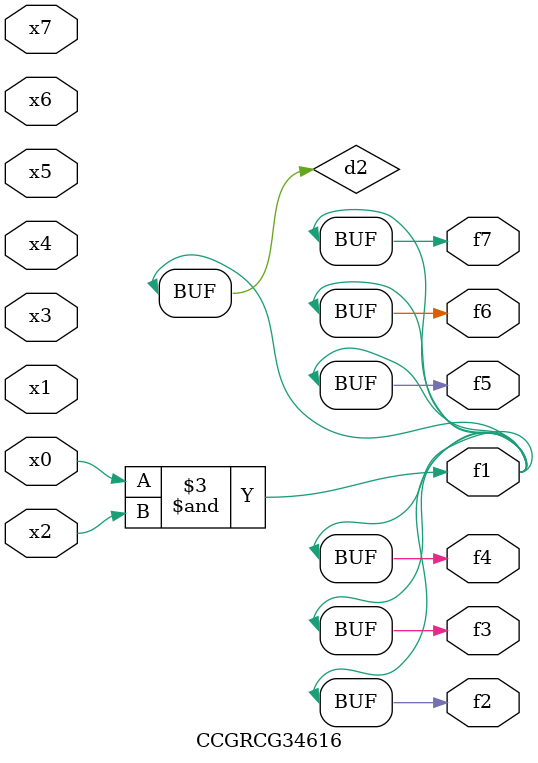
<source format=v>
module CCGRCG34616(
	input x0, x1, x2, x3, x4, x5, x6, x7,
	output f1, f2, f3, f4, f5, f6, f7
);

	wire d1, d2;

	nor (d1, x3, x6);
	and (d2, x0, x2);
	assign f1 = d2;
	assign f2 = d2;
	assign f3 = d2;
	assign f4 = d2;
	assign f5 = d2;
	assign f6 = d2;
	assign f7 = d2;
endmodule

</source>
